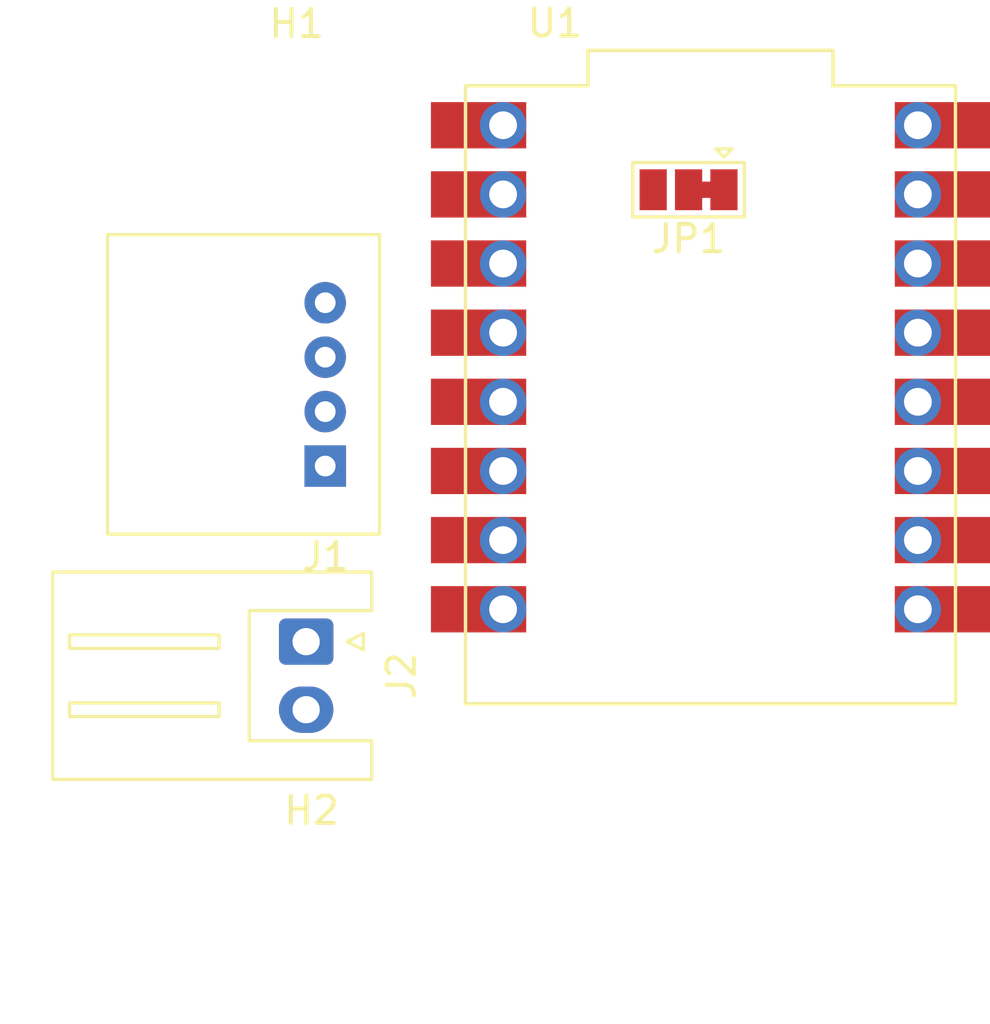
<source format=kicad_pcb>
(kicad_pcb (version 20221018) (generator pcbnew)
  (layers (0 "F.Cu" signal) (31 "B.Cu" signal) (34 "B.Paste" user) (35 "F.Paste" user) (36 "B.SilkS" user "B.Silkscreen") (37 "F.SilkS" user "F.Silkscreen") (38 "B.Mask" user) (39 "F.Mask" user) (44 "Edge.Cuts" user))
  (net 0 "")
  (net 1 "/ESP_TX")
  (net 2 "/ESP_RX")
  (net 3 "VCC")
  (net 4 "GND")
  (net 5 "/GPIO1")
  (net 6 "/GPIO3")
  (net 7 "+3V3")
  (net 8 "+5V")
  (footprint "Connector_JST:JST_XH_S2B-XH-A_1x02_P2.50mm_Horizontal" (layer "F.Cu") (at 134.5 91.95 -90)
    (fp_text reference "J2" (at 1.25 -3.5 90) (layer "F.SilkS"))
    (fp_text value "Conn_01x02")
    (fp_line (start -2.56 -2.41) (end -1.14 -2.41) (stroke (width 0.12)) (layer "F.SilkS"))
    (fp_line (start -2.56 9.31) (end -2.56 -2.41) (stroke (width 0.12)) (layer "F.SilkS"))
    (fp_line (start -1.14 -2.41) (end -1.14 2.09) (stroke (width 0.12)) (layer "F.SilkS"))
    (fp_line (start -1.14 2.09) (end 1.25 2.09) (stroke (width 0.12)) (layer "F.SilkS"))
    (fp_line (start -0.3 -2.1) (end 0.3 -2.1) (stroke (width 0.12)) (layer "F.SilkS"))
    (fp_line (start -0.25 3.2) (end -0.25 8.7) (stroke (width 0.12)) (layer "F.SilkS"))
    (fp_line (start -0.25 8.7) (end 0.25 8.7) (stroke (width 0.12)) (layer "F.SilkS"))
    (fp_line (start 0 -1.5) (end -0.3 -2.1) (stroke (width 0.12)) (layer "F.SilkS"))
    (fp_line (start 0.25 3.2) (end -0.25 3.2) (stroke (width 0.12)) (layer "F.SilkS"))
    (fp_line (start 0.25 8.7) (end 0.25 3.2) (stroke (width 0.12)) (layer "F.SilkS"))
    (fp_line (start 0.3 -2.1) (end 0 -1.5) (stroke (width 0.12)) (layer "F.SilkS"))
    (fp_line (start 1.25 9.31) (end -2.56 9.31) (stroke (width 0.12)) (layer "F.SilkS"))
    (fp_line (start 1.25 9.31) (end 5.06 9.31) (stroke (width 0.12)) (layer "F.SilkS"))
    (fp_line (start 2.25 3.2) (end 2.25 8.7) (stroke (width 0.12)) (layer "F.SilkS"))
    (fp_line (start 2.25 8.7) (end 2.75 8.7) (stroke (width 0.12)) (layer "F.SilkS"))
    (fp_line (start 2.75 3.2) (end 2.25 3.2) (stroke (width 0.12)) (layer "F.SilkS"))
    (fp_line (start 2.75 8.7) (end 2.75 3.2) (stroke (width 0.12)) (layer "F.SilkS"))
    (fp_line (start 3.64 -2.41) (end 3.64 2.09) (stroke (width 0.12)) (layer "F.SilkS"))
    (fp_line (start 3.64 2.09) (end 1.25 2.09) (stroke (width 0.12)) (layer "F.SilkS"))
    (fp_line (start 5.06 -2.41) (end 3.64 -2.41) (stroke (width 0.12)) (layer "F.SilkS"))
    (fp_line (start 5.06 9.31) (end 5.06 -2.41) (stroke (width 0.12)) (layer "F.SilkS"))
    (pad "1" thru_hole roundrect (at 0 0 270) (size 1.7 2) (drill 1) (layers "*.Cu" "*.Mask") (roundrect_rratio 0.147059) (net 5 "/GPIO1"))
    (pad "2" thru_hole oval (at 2.5 0 270) (size 1.7 2) (drill 1) (layers "*.Cu" "*.Mask") (net 6 "/GPIO3"))
  )
  (footprint "MountingHole:MountingHole_2.5mm" (layer "F.Cu") (at 134.7 101.65)
    (fp_text reference "H2" (at 0 -3.5) (layer "F.SilkS"))
    (fp_text value "MountingHole")
    (pad "" np_thru_hole circle (at 0 0) (size 2.5 2.5) (drill 2.5) (layers "*.Cu" "*.Mask"))
  )
  (footprint "Jumper:SolderJumper-3_P1.3mm_Bridged12_Pad1.0x1.5mm" (layer "F.Cu") (at 148.55 75.35 180)
    (fp_text reference "JP1" (at 0 -1.8) (layer "F.SilkS"))
    (fp_text value "Jumper_3_Bridged12")
    (fp_poly (pts (xy -0.9 -0.3) (xy -0.4 -0.3) (xy -0.4 0.3) (xy -0.9 0.3)) (fill solid) (layer "F.Cu"))
    (fp_line (start -2.05 -1) (end 2.05 -1) (stroke (width 0.12)) (layer "F.SilkS"))
    (fp_line (start -2.05 1) (end -2.05 -1) (stroke (width 0.12)) (layer "F.SilkS"))
    (fp_line (start -1.6 1.5) (end -1 1.5) (stroke (width 0.12)) (layer "F.SilkS"))
    (fp_line (start -1.3 1.2) (end -1.6 1.5) (stroke (width 0.12)) (layer "F.SilkS"))
    (fp_line (start -1.3 1.2) (end -1 1.5) (stroke (width 0.12)) (layer "F.SilkS"))
    (fp_line (start 2.05 -1) (end 2.05 1) (stroke (width 0.12)) (layer "F.SilkS"))
    (fp_line (start 2.05 1) (end -2.05 1) (stroke (width 0.12)) (layer "F.SilkS"))
    (pad "1" smd rect (at -1.3 0 180) (size 1 1.5) (layers "F.Cu" "F.Mask") (net 3 "VCC"))
    (pad "2" smd rect (at 0 0 180) (size 1 1.5) (layers "F.Cu" "F.Mask") (net 7 "+3V3"))
    (pad "3" smd rect (at 1.3 0 180) (size 1 1.5) (layers "F.Cu" "F.Mask") (net 8 "+5V"))
  )
  (footprint "user:ESP32-C3_SUPERMINI" (layer "F.Cu") (at 149.355 82.88)
    (fp_text reference "U1" (at -5.715 -13.6525) (layer "F.SilkS"))
    (fp_text value "ESP32-C3_SUPERMINI")
    (fp_line (start -9 11.35) (end -9 -11.35) (stroke (width 0.127)) (layer "F.SilkS"))
    (fp_line (start -4.5 -12.65) (end -4.5 -11.35) (stroke (width 0.127)) (layer "F.SilkS"))
    (fp_line (start -4.5 -11.35) (end -9 -11.35) (stroke (width 0.127)) (layer "F.SilkS"))
    (fp_line (start 4.5 -12.65) (end -4.5 -12.65) (stroke (width 0.127)) (layer "F.SilkS"))
    (fp_line (start 4.5 -12.65) (end 4.5 -11.35) (stroke (width 0.127)) (layer "F.SilkS"))
    (fp_line (start 9 -11.35) (end 4.5 -11.35) (stroke (width 0.127)) (layer "F.SilkS"))
    (fp_line (start 9 11.35) (end -9 11.35) (stroke (width 0.127)) (layer "F.SilkS"))
    (fp_line (start 9 11.35) (end 9 -11.35) (stroke (width 0.127)) (layer "F.SilkS"))
    (pad "0" thru_hole oval (at 7.62 7.88 180) (size 1.7 1.7) (drill 1.02) (layers "*.Cu" "*.Mask"))
    (pad "0" smd rect (at 7.62 7.88 180) (size 3.5 1.7) (drill (offset -0.9 0)) (layers "F.Cu" "F.Mask"))
    (pad "1" thru_hole oval (at 7.62 5.34 180) (size 1.7 1.7) (drill 1.02) (layers "*.Cu" "*.Mask") (net 5 "/GPIO1"))
    (pad "1" smd rect (at 7.62 5.34 180) (size 3.5 1.7) (drill (offset -0.9 0)) (layers "F.Cu" "F.Mask") (net 5 "/GPIO1"))
    (pad "2" thru_hole oval (at 7.62 2.8 180) (size 1.7 1.7) (drill 1.02) (layers "*.Cu" "*.Mask"))
    (pad "2" smd rect (at 7.62 2.8 180) (size 3.5 1.7) (drill (offset -0.9 0)) (layers "F.Cu" "F.Mask"))
    (pad "3" thru_hole oval (at 7.62 0.26 180) (size 1.7 1.7) (drill 1.02) (layers "*.Cu" "*.Mask") (net 6 "/GPIO3"))
    (pad "3" smd rect (at 7.62 0.26 180) (size 3.5 1.7) (drill (offset -0.9 0)) (layers "F.Cu" "F.Mask") (net 6 "/GPIO3"))
    (pad "3.3" thru_hole oval (at 7.62 -4.82 180) (size 1.7 1.7) (drill 1.02) (layers "*.Cu" "*.Mask") (net 7 "+3V3"))
    (pad "3.3" smd rect (at 7.62 -4.82 180) (size 3.5 1.7) (drill (offset -0.9 0)) (layers "F.Cu" "F.Mask") (net 7 "+3V3"))
    (pad "4" thru_hole oval (at 7.62 -2.28 180) (size 1.7 1.7) (drill 1.02) (layers "*.Cu" "*.Mask"))
    (pad "4" smd rect (at 7.62 -2.28 180) (size 3.5 1.7) (drill (offset -0.9 0)) (layers "F.Cu" "F.Mask"))
    (pad "5" thru_hole oval (at -7.62 -9.9) (size 1.7 1.7) (drill 1.02) (layers "*.Cu" "*.Mask"))
    (pad "5" smd rect (at -7.62 -9.9) (size 3.5 1.7) (drill (offset -0.9 0)) (layers "F.Cu" "F.Mask"))
    (pad "5V" thru_hole oval (at 7.62 -9.9 180) (size 1.7 1.7) (drill 1.02) (layers "*.Cu" "*.Mask") (net 8 "+5V"))
    (pad "5V" smd rect (at 7.62 -9.9 180) (size 3.5 1.7) (drill (offset -0.9 0)) (layers "F.Cu" "F.Mask") (net 8 "+5V"))
    (pad "6" thru_hole oval (at -7.62 -7.36) (size 1.7 1.7) (drill 1.02) (layers "*.Cu" "*.Mask") (net 2 "/ESP_RX"))
    (pad "6" smd rect (at -7.62 -7.36) (size 3.5 1.7) (drill (offset -0.9 0)) (layers "F.Cu" "F.Mask") (net 2 "/ESP_RX"))
    (pad "7" thru_hole oval (at -7.62 -4.82) (size 1.7 1.7) (drill 1.02) (layers "*.Cu" "*.Mask") (net 1 "/ESP_TX"))
    (pad "7" smd rect (at -7.62 -4.82) (size 3.5 1.7) (drill (offset -0.9 0)) (layers "F.Cu" "F.Mask") (net 1 "/ESP_TX"))
    (pad "8" thru_hole oval (at -7.62 -2.28) (size 1.7 1.7) (drill 1.02) (layers "*.Cu" "*.Mask"))
    (pad "8" smd rect (at -7.62 -2.28) (size 3.5 1.7) (drill (offset -0.9 0)) (layers "F.Cu" "F.Mask"))
    (pad "9" thru_hole oval (at -7.62 0.26) (size 1.7 1.7) (drill 1.02) (layers "*.Cu" "*.Mask"))
    (pad "9" smd rect (at -7.62 0.26) (size 3.5 1.7) (drill (offset -0.9 0)) (layers "F.Cu" "F.Mask"))
    (pad "10" thru_hole oval (at -7.62 2.8) (size 1.7 1.7) (drill 1.02) (layers "*.Cu" "*.Mask"))
    (pad "10" smd rect (at -7.62 2.8) (size 3.5 1.7) (drill (offset -0.9 0)) (layers "F.Cu" "F.Mask"))
    (pad "20" thru_hole oval (at -7.62 5.34) (size 1.7 1.7) (drill 1.02) (layers "*.Cu" "*.Mask"))
    (pad "20" smd rect (at -7.62 5.34) (size 3.5 1.7) (drill (offset -0.9 0)) (layers "F.Cu" "F.Mask"))
    (pad "21" thru_hole oval (at -7.62 7.88) (size 1.7 1.7) (drill 1.02) (layers "*.Cu" "*.Mask"))
    (pad "21" smd rect (at -7.62 7.88) (size 3.5 1.7) (drill (offset -0.9 0)) (layers "F.Cu" "F.Mask"))
    (pad "G" thru_hole oval (at 7.62 -7.36 180) (size 1.7 1.7) (drill 1.02) (layers "*.Cu" "*.Mask") (net 4 "GND"))
    (pad "G" smd rect (at 7.62 -7.36 180) (size 3.5 1.7) (drill (offset -0.9 0)) (layers "F.Cu" "F.Mask") (net 4 "GND"))
  )
  (footprint "MountingHole:MountingHole_2.5mm" (layer "F.Cu") (at 134.15 72.75)
    (fp_text reference "H1" (at 0 -3.5) (layer "F.SilkS"))
    (fp_text value "MountingHole")
    (pad "" np_thru_hole circle (at 0 0) (size 2.5 2.5) (drill 2.5) (layers "*.Cu" "*.Mask"))
  )
  (footprint "user:Grove_1x04_P2mm_Horizontal" (layer "F.Cu") (at 135.2 82.5 180)
    (fp_text reference "J1" (at -0.0127 -6.3246) (layer "F.SilkS"))
    (fp_text value "Grove")
    (fp_line (start -2 -5.5) (end -2 5.5) (stroke (width 0.12)) (layer "F.SilkS"))
    (fp_line (start -2 -5.5) (end 8 -5.5) (stroke (width 0.12)) (layer "F.SilkS"))
    (fp_line (start -2 5.5) (end 8 5.5) (stroke (width 0.12)) (layer "F.SilkS"))
    (fp_line (start 8 -5.5) (end 8 5.5) (stroke (width 0.12)) (layer "F.SilkS"))
    (pad "1" thru_hole rect (at 0 -3 180) (size 1.524 1.524) (drill 0.762) (layers "*.Cu" "*.Mask") (net 1 "/ESP_TX"))
    (pad "2" thru_hole circle (at 0 -1 180) (size 1.524 1.524) (drill 0.762) (layers "*.Cu" "*.Mask") (net 2 "/ESP_RX"))
    (pad "3" thru_hole circle (at 0 1 180) (size 1.524 1.524) (drill 0.762) (layers "*.Cu" "*.Mask") (net 3 "VCC"))
    (pad "4" thru_hole circle (at 0 3 180) (size 1.524 1.524) (drill 0.762) (layers "*.Cu" "*.Mask") (net 4 "GND"))
  )
)
</source>
